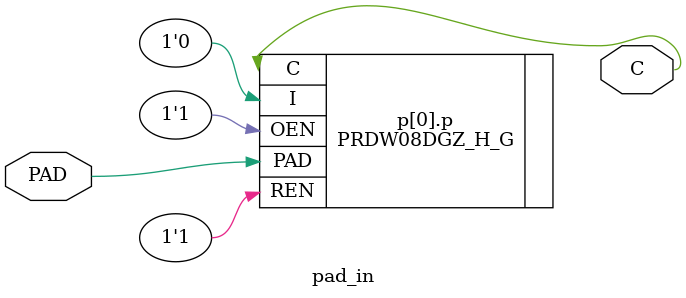
<source format=v>
module pad_in#(parameter w=1)(output [w-1:0] C, input [w-1:0] PAD);
    genvar g;
    generate for (g=0; g<w; g=g+1) begin: p
        PRDW08DGZ_H_G p (.C(C[g]), .PAD(PAD[g]), .I(1'b0), .OEN(1'b1), .REN(1'b1));
    end
    endgenerate
endmodule

</source>
